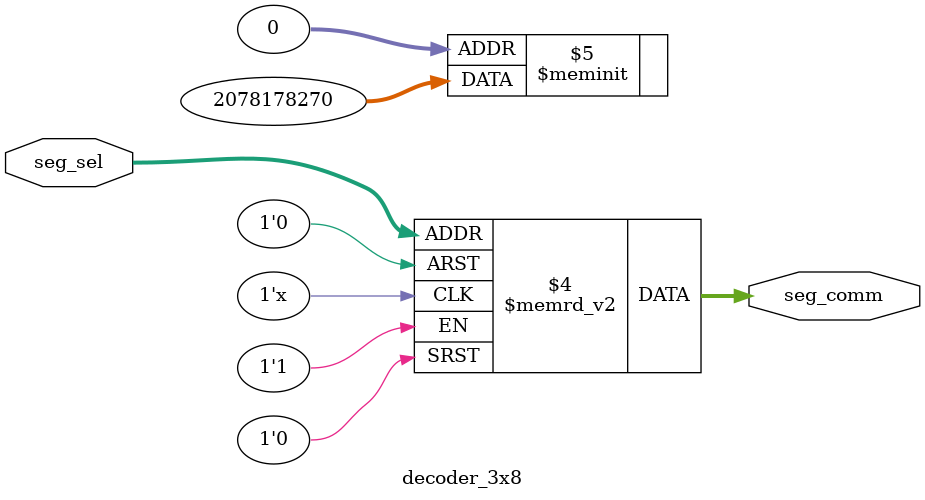
<source format=v>
`timescale 1ns / 1ps

module fnd_controller(
    input           clk, reset, sw_mode, 
    input           [1:0] dot,
    input           [6:0] msec, 
    input           [5:0] sec, minute, 
    input           [4:0] hour,
    output          [7:0] fnd_font,
    output          [3:0] fnd_comm
);
    wire            [3:0] w_bcd, w_digit_msec_1, w_digit_msec_10, w_digit_sec_1, w_digit_sec_10;
    wire            [3:0] w_digit_min_1, w_digit_min_10, w_digit_hour_1, w_digit_hour_10;
    wire            [3:0] w_seg_sel;
    wire            w_clk_100Hz, w_dot_on, w_dot_off, w_clk_2Hz;
    wire            [3:0] w_msec_sec, w_hour_min;
    parameter       VDD = 4'hf, VSS = 0;


    clk_divider U_Clk_Divider(
        .clk        (clk),
        .reset      (reset),
        .o_clk      (w_clk_100Hz)
    );

    clk_gen #(
        .FCOUNT(100_000_000)
    ) U_CLK_Gen(
        .clk(clk), 
        .reset(reset),
        .o_clk(w_clk_2Hz)
    );
    
    counter_8 U_Counter_8(
        .clk        (w_clk_100Hz),
        .reset      (reset),
        .o_sel      (w_seg_sel)
    );

    decoder_3x8 U_Decoder_3x8(
        .seg_sel    (w_seg_sel),
        .seg_comm   (fnd_comm)
    );

    digit_splitter #(.BIT_WIDTH(7)) U_mSec_ds(
        .bcd        (msec),
        .digit_1    (w_digit_msec_1),
        .digit_10   (w_digit_msec_10)
    );

    digit_splitter #(.BIT_WIDTH(6)) U_Sec_ds(
        .bcd        (sec),
        .digit_1    (w_digit_sec_1),
        .digit_10   (w_digit_sec_10)
    );

    digit_splitter #(.BIT_WIDTH(6)) U_Minute_ds(
        .bcd        (minute),
        .digit_1    (w_digit_min_1),
        .digit_10   (w_digit_min_10)
    );

    digit_splitter #(.BIT_WIDTH(5)) U_Hour_ds(
        .bcd        (hour),
        .digit_1    (w_digit_hour_1),
        .digit_10   (w_digit_hour_10)
    );

    mux_8x1 U_MUX_8x1_Sec(
        .sel        (w_seg_sel),
        .x0         (w_digit_msec_1),
        .x1         (w_digit_msec_10),
        .x2         (w_digit_sec_1),
        .x3         (w_digit_sec_10),
        .x4         (VDD),
        .x5         (VDD),
        .x6         (VDD),
        .x7         (VDD),
        .y          (w_msec_sec)
    );
    // assign w_dot_on = 4'hA | 4'hF;

    // if (dot == 1'b1) begin
    //     assign w_dot_on = 4'ha;
    // end else assign w_dot_on = 4'hf;

    mux_8x1 U_MUX_8x1_Hour(
        .sel        (w_seg_sel),
        .x0         (w_digit_min_1),
        .x1         (w_digit_min_10),
        .x2         (w_digit_hour_1),
        .x3         (w_digit_hour_10),
        .x4         (VDD),
        .x5         (VDD),
        .x6         (VDD),
        .x7         (VDD),
        .y          (w_hour_min)
    );    

    mux_2x1 U_MUX_2x1_Mode(
        .sw_mode    (sw_mode),
        .msec_sec   (w_msec_sec),
        .min_hour   (w_hour_min),
        .bcd        (w_bcd)
    );
    wire    [7:0] w_seg;
    bcdtoseg U_bcdtoseg(
        .bcd        (w_bcd), // [7:0] sum 값
        .seg        (w_seg)
    );

    dot U_Dot(
        .seg(w_seg),
        .seg_sel(w_seg_sel),
        .w_clk_2Hz(w_clk_2Hz),
        .fnd_font(fnd_font)
    );  

endmodule

module dot (
    input           [2:0] seg_sel,
    input           [7:0] seg,
    input           w_clk_2Hz,
    output          reg [7:0] fnd_font
);
    always @(*) begin
        if (w_clk_2Hz == 1) begin
            if(seg_sel == 3'b010 || seg_sel == 3'b110) fnd_font = seg - 8'b10000000;
            else fnd_font = seg;
        end else fnd_font = seg;
    end         
endmodule

module bcdtoseg (
    input           [3:0] bcd, // [3:0] sum 값
    output          reg [7:0] seg
);
    // always 구문 출력으로 reg type를 가져야 한다
    always @(bcd) begin // 항상 대상(bcd)의 이벤트를 감시
        
        case (bcd)
            4'h0: seg = 8'hc0;
            4'h1: seg = 8'hf9;
            4'h2: seg = 8'ha4;
            4'h3: seg = 8'hb0;
            4'h4: seg = 8'h99;
            4'h5: seg = 8'h92;
            4'h6: seg = 8'h82;
            4'h7: seg = 8'hf8;
            4'h8: seg = 8'h80;
            4'h9: seg = 8'h90;
            // 4'ha: seg = 8'h88;
            // 4'ha: seg = 8'h7f; // dot
            // 4'hb: seg = 8'h83;
            // 4'hc: seg = 8'hc6;
            // 4'hd: seg = 8'ha1;
            // 4'he: seg = 8'h86;
            // 4'hf: seg = 8'h8e;
            // 4'hf: seg = 8'hff;
            default: seg = 8'hff;
        endcase
    end
endmodule

module digit_splitter #(parameter BIT_WIDTH = 7)(
    input           [BIT_WIDTH - 1:0] bcd,
    output          [3:0] digit_1, digit_10
);
    
    assign          digit_1 = bcd % 10;
    assign          digit_10 = bcd / 10 % 10;
    
endmodule

// module mux_4x1 (
//     input [1:0] sel,
//     input [3:0] digit_1, digit_10, digit_100, digit_1000,
//     output [3:0] bcd
// );
//     reg [3:0] r_bcd;
//     assign bcd = r_bcd;
//     always @(sel, digit_1, digit_10, digit_100, digit_1000) begin
//         case (sel)
//             2'b00: r_bcd = digit_1;
//             2'b01: r_bcd = digit_10;
//             2'b10: r_bcd = digit_100;
//             2'b11: r_bcd = digit_1000;
//             default: r_bcd = 4'bx; // x : 아무거나 상관 없음
//         endcase
//     end
// endmodule

module mux_8x1 (
    input           [2:0] sel,
    input           [3:0] x0, x1, x2, x3, x4, x5, x6, x7,
    output          reg [3:0] y
);
    always @(*) begin
        case (sel)
            3'b000: y = x0; 
            3'b001: y = x1; 
            3'b010: y = x2; 
            3'b011: y = x3; 
            3'b100: y = x4;
            3'b101: y = x5;
            3'b110: y = x6;
            3'b111: y = x7; 
            default: y = 4'hf;
        endcase
    end
endmodule

module mux_2x1 (
    input           sw_mode,
    input           [3:0] msec_sec, min_hour,
    output          reg [3:0] bcd
);

    always @(*) begin
        case (sw_mode)
            1'b0: bcd = msec_sec;
            1'b1: bcd = min_hour;
            default: bcd = 4'hf;
        endcase
    end
    
endmodule

module clk_divider #(parameter FCOUNT = 250_000)(
    input           clk, reset,
    output          o_clk
);
    reg             [$clog2(FCOUNT)-1:0] r_counter; // $clog2 : 숫자를 나타내는데 필요한 비트 수 계산
    reg             r_clk;

    assign          o_clk = r_clk;

    always @(posedge clk, posedge reset) begin
        if(reset) begin
            r_counter <= 0; // 리셋 상태
            r_clk <= 1'b0;
        end else begin
            if (r_counter == FCOUNT - 1) begin // clk divide 계산, 100MHz -> 100Hz
                r_counter <= 0;
                r_clk <= 1'b1; // r_clk을 99999999번째 posedge에 1로 바꿈 r_clk : 0->1
            end else begin
                r_counter <= r_counter + 1;
                r_clk <= 1'b0; // r_clk : 1->0 or 0으로 유지
            end
        end
    end
endmodule

module clk_gen #(parameter FCOUNT = 100_000_000)(
    input           clk, reset,
    output          o_clk
);
    reg             [$clog2(FCOUNT)-1:0] r_counter; // $clog2 : 숫자를 나타내는데 필요한 비트 수 계산
    reg             r_clk;

    assign          o_clk = r_clk;

    always @(posedge clk, posedge reset) begin
        if(reset) begin
            r_counter <= 0; // 리셋 상태
            r_clk <= 1'b0;
        end else begin
            if (r_counter == FCOUNT - 1) begin // clk divide 계산, 100MHz -> 100Hz
                r_counter <= 0;
                r_clk <= 1'b1; // r_clk을 99999999번째 posedge에 1로 바꿈 r_clk : 0->1
            end else if (r_counter == FCOUNT / 2)begin
                r_clk <= 1'b0;
                r_counter <= r_counter + 1;
            end
                else begin
                r_counter <= r_counter + 1;
            end
        end
    end
endmodule

module counter_8 (
    input           clk, reset,
    output          [2:0] o_sel
);
    reg             [2:0] r_counter;
    assign          o_sel = r_counter;

    always @(posedge clk, posedge reset) begin
        if (reset) begin
            r_counter <= 0;
        end      
        else begin
            r_counter <= r_counter + 1;
        end  
    end
    
endmodule

module decoder_3x8 (
    input           [2:0] seg_sel,
    output          reg [3:0] seg_comm
);

    // 3x8 decoder
    always @(*) begin
        case (seg_sel)
            3'b000 : seg_comm = 4'b1110;
            3'b001 : seg_comm = 4'b1101;
            3'b010 : seg_comm = 4'b1011;
            3'b011 : seg_comm = 4'b0111;
            3'b100 : seg_comm = 4'b1110;
            3'b101 : seg_comm = 4'b1101;
            3'b110 : seg_comm = 4'b1011;
            3'b111 : seg_comm = 4'b0111;
            default: seg_comm = 4'b1111;
        endcase
    end
    
endmodule


</source>
